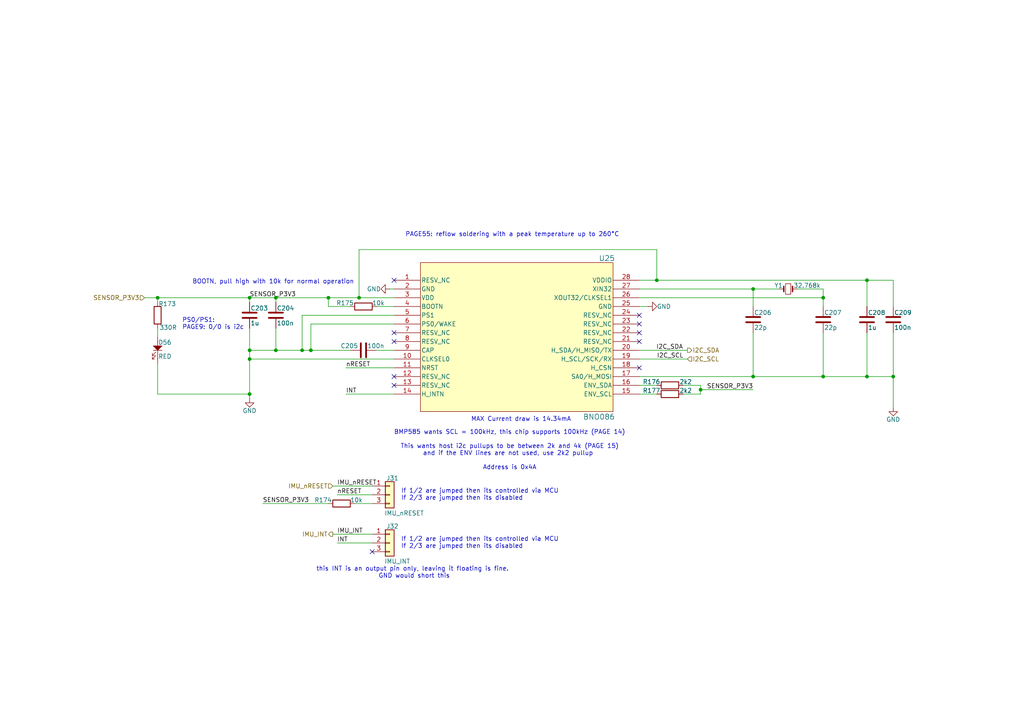
<source format=kicad_sch>
(kicad_sch (version 20250114) (generator "eeschema") (generator_version "9.0")
  (paper "A4")
  (lib_symbols
    (symbol "BNO086:BNO086" (pin_names (offset 0.254))
      (property "Reference" "U" (at 35.56 10.16 0))
      (property "Value" "BNO086" (at 35.56 7.62 0))
      (symbol "BNO086_0_1"
        (pin unspecified line (at 0 0 0) (length 7.62) (name "RESV_NC") (number "1"))
        (pin power_out line (at 0 -2.54 0) (length 7.62) (name "GND") (number "2"))
        (pin power_in line (at 0 -5.08 0) (length 7.62) (name "VDD") (number "3"))
        (pin unspecified line (at 0 -7.62 0) (length 7.62) (name "BOOTN") (number "4"))
        (pin bidirectional line (at 0 -10.16 0) (length 7.62) (name "PS1") (number "5"))
        (pin bidirectional line (at 0 -12.7 0) (length 7.62) (name "PS0/WAKE") (number "6"))
        (pin unspecified line (at 0 -15.24 0) (length 7.62) (name "RESV_NC") (number "7"))
        (pin unspecified line (at 0 -17.78 0) (length 7.62) (name "RESV_NC") (number "8"))
        (pin unspecified line (at 0 -20.32 0) (length 7.62) (name "CAP") (number "9"))
        (pin unspecified line (at 0 -22.86 0) (length 7.62) (name "CLKSEL0") (number "10"))
        (pin unspecified line (at 0 -25.4 0) (length 7.62) (name "NRST") (number "11"))
        (pin unspecified line (at 0 -27.94 0) (length 7.62) (name "RESV_NC") (number "12"))
        (pin unspecified line (at 0 -30.48 0) (length 7.62) (name "RESV_NC") (number "13"))
        (pin unspecified line (at 0 -33.02 0) (length 7.62) (name "H_INTN") (number "14"))
        (pin power_in line (at 71.12 0 180) (length 7.62) (name "VDDIO") (number "28"))
        (pin input line (at 71.12 -2.54 180) (length 7.62) (name "XIN32") (number "27"))
        (pin output line (at 71.12 -5.08 180) (length 7.62) (name "XOUT32/CLKSEL1") (number "26"))
        (pin power_out line (at 71.12 -7.62 180) (length 7.62) (name "GND") (number "25"))
        (pin unspecified line (at 71.12 -10.16 180) (length 7.62) (name "RESV_NC") (number "24"))
        (pin unspecified line (at 71.12 -12.7 180) (length 7.62) (name "RESV_NC") (number "23"))
        (pin unspecified line (at 71.12 -15.24 180) (length 7.62) (name "RESV_NC") (number "22"))
        (pin unspecified line (at 71.12 -17.78 180) (length 7.62) (name "RESV_NC") (number "21"))
        (pin unspecified line (at 71.12 -20.32 180) (length 7.62) (name "H_SDA/H_MISO/TX") (number "20"))
        (pin unspecified line (at 71.12 -22.86 180) (length 7.62) (name "H_SCL/SCK/RX") (number "19"))
        (pin unspecified line (at 71.12 -25.4 180) (length 7.62) (name "H_CSN") (number "18"))
        (pin unspecified line (at 71.12 -27.94 180) (length 7.62) (name "SA0/H_MOSI") (number "17"))
        (pin unspecified line (at 71.12 -30.48 180) (length 7.62) (name "ENV_SDA") (number "16"))
        (pin unspecified line (at 71.12 -33.02 180) (length 7.62) (name "ENV_SCL") (number "15"))
      )
      (symbol "BNO086_1_1"
        (rectangle (start 7.62 5.08) (end 63.5 -38.1) (fill (type background)))
      )
    )
    (symbol "Connector_Generic:Conn_01x03" (pin_names (offset 1.016) (hide yes))
      (property "Reference" "J" (at 0 5.08 0))
      (property "Value" "Conn_01x03" (at 0 -5.08 0))
      (symbol "Conn_01x03_1_1"
        (rectangle (start -1.27 3.81) (end 1.27 -3.81) (stroke (width 0.254)) (fill (type background)))
        (rectangle (start -1.27 2.667) (end 0 2.413) (stroke (width 0.1524)))
        (rectangle (start -1.27 0.127) (end 0 -0.127) (stroke (width 0.1524)))
        (rectangle (start -1.27 -2.413) (end 0 -2.667) (stroke (width 0.1524)))
        (pin passive line (at -5.08 2.54 0) (length 3.81) (name "Pin_1") (number "1"))
        (pin passive line (at -5.08 0 0) (length 3.81) (name "Pin_2") (number "2"))
        (pin passive line (at -5.08 -2.54 0) (length 3.81) (name "Pin_3") (number "3"))
      )
    )
    (symbol "Device:C" (pin_numbers (hide yes)) (pin_names (offset 0.254))
      (property "Reference" "C" (at 0.635 2.54 0))
      (property "Value" "C" (at 0.635 -2.54 0))
      (symbol "C_0_1"
        (polyline (pts (xy -2.032 0.762) (xy 2.032 0.762)) (stroke (width 0.508)))
        (polyline (pts (xy -2.032 -0.762) (xy 2.032 -0.762)) (stroke (width 0.508)))
      )
      (symbol "C_1_1"
        (pin passive line (at 0 3.81 270) (length 2.794) (name "~") (number "1"))
        (pin passive line (at 0 -3.81 90) (length 2.794) (name "~") (number "2"))
      )
    )
    (symbol "Device:Crystal_Small" (pin_numbers (hide yes)) (pin_names (offset 1.016) (hide yes))
      (property "Reference" "Y" (at 0 2.54 0))
      (property "Value" "Crystal_Small" (at 0 -2.54 0))
      (symbol "Crystal_Small_0_1"
        (polyline (pts (xy -1.27 -0.762) (xy -1.27 0.762)) (stroke (width 0.381)))
        (rectangle (start -0.762 -1.524) (end 0.762 1.524))
        (polyline (pts (xy 1.27 -0.762) (xy 1.27 0.762)) (stroke (width 0.381)))
      )
      (symbol "Crystal_Small_1_1"
        (pin passive line (at -2.54 0 0) (length 1.27) (name "1") (number "1"))
        (pin passive line (at 2.54 0 180) (length 1.27) (name "2") (number "2"))
      )
    )
    (symbol "Device:R" (pin_numbers (hide yes)) (pin_names (offset 0))
      (property "Reference" "R" (at 2.032 0 90))
      (property "Value" "R" (at 0 0 90))
      (symbol "R_0_1"
        (rectangle (start -1.016 -2.54) (end 1.016 2.54) (stroke (width 0.254)))
      )
      (symbol "R_1_1"
        (pin passive line (at 0 3.81 270) (length 1.27) (name "~") (number "1"))
        (pin passive line (at 0 -3.81 90) (length 1.27) (name "~") (number "2"))
      )
    )
    (symbol "PCM_SL_Devices:LED"
      (property "Reference" "D" (at -0.508 5.334 0))
      (property "Value" "LED" (at -0.508 2.794 0))
      (symbol "LED_0_1"
        (polyline (pts (xy -1.27 0) (xy -2.54 0)))
        (polyline (pts (xy 0 1.27) (xy 0 -1.27)))
        (polyline (pts (xy 0 0) (xy -1.27 -1.27) (xy -1.27 1.27) (xy 0 0) (xy 1.27 0)) (fill (type outline)))
        (polyline (pts (xy 0.508 0.508) (xy 1.524 1.524)))
        (polyline (pts (xy 1.27 0) (xy 2.54 0)))
        (polyline (pts (xy 1.524 1.524) (xy 0.889 1.524)))
        (polyline (pts (xy 1.524 1.524) (xy 1.524 0.889)))
        (polyline (pts (xy 1.524 0.508) (xy 2.54 1.524)))
        (polyline (pts (xy 2.54 1.524) (xy 1.905 1.524)))
        (polyline (pts (xy 2.54 1.524) (xy 2.54 0.889)))
      )
      (symbol "LED_1_1"
        (pin passive line (at -3.81 0 0) (length 1.5) (name "") (number "2"))
        (pin passive line (at 3.81 0 180) (length 1.5) (name "~") (number "1"))
      )
    )
    (symbol "power:GND" (power) (pin_numbers (hide yes)) (pin_names (offset 0) (hide yes))
      (property "Value" "GND" (at 0 -3.81 0))
      (symbol "GND_0_1"
        (polyline (pts (xy 0 0) (xy 0 -1.27) (xy 1.27 -1.27) (xy 0 -2.54) (xy -1.27 -1.27) (xy 0 -1.27)))
      )
      (symbol "GND_1_1"
        (pin power_in line (at 0 0 270) (length 0) (name "~") (number "1"))
      )
    )
  )
  (text "If 1/2 are jumped then its controlled via MCU\nIf 2/3 are jumped then its disabled" (at 116.332 157.48 0) (effects (font (size 1.27 1.27)) (justify left)))
  (text "BOOTN, pull high with 10k for normal operation" (at 79.248 81.788 0) (effects (font (size 1.27 1.27))))
  (text "BMP585 wants SCL = 100kHz, this chip supports 100kHz (PAGE 14)\n\nThis wants host i2c pullups to be between 2k and 4k (PAGE 15)\nand if the ENV lines are not used, use 2k2 pullup \n\nAddress is 0x4A" (at 147.828 130.556 0) (effects (font (size 1.27 1.27))))
  (text "If 1/2 are jumped then its controlled via MCU\nIf 2/3 are jumped then its disabled" (at 116.332 143.51 0) (effects (font (size 1.27 1.27)) (justify left)))
  (text "this INT is an output pin only, leaving it floating is fine. \nGND would short this" (at 120.142 166.116 0) (effects (font (size 1.27 1.27))))
  (text "MAX Current draw is 14.34mA" (at 151.13 121.666 0) (effects (font (size 1.27 1.27))))
  (text "PAGE55: reflow soldering with a peak temperature up to 260°C" (at 148.59 68.072 0) (effects (font (size 1.27 1.27))))
  (text "PS0/PS1:\nPAGE9: 0/0 is i2c" (at 52.832 93.98 0) (effects (font (size 1.27 1.27)) (justify left)))
  (junction (at 80.01 101.6))
  (junction (at 203.2 113.03))
  (junction (at 251.46 81.28))
  (junction (at 45.72 86.36))
  (junction (at 238.76 86.36))
  (junction (at 218.44 83.82))
  (junction (at 87.63 101.6))
  (junction (at 72.39 86.36))
  (junction (at 95.25 86.36))
  (junction (at 238.76 109.22))
  (junction (at 190.5 81.28))
  (junction (at 80.01 86.36))
  (junction (at 72.39 101.6))
  (junction (at 72.39 104.14))
  (junction (at 104.14 86.36))
  (junction (at 218.44 109.22))
  (junction (at 90.17 101.6))
  (junction (at 259.08 109.22))
  (junction (at 72.39 114.3))
  (junction (at 251.46 109.22))
  (no_connect (at 185.42 93.98))
  (no_connect (at 185.42 91.44))
  (no_connect (at 185.42 106.68))
  (no_connect (at 114.3 81.28))
  (no_connect (at 107.95 160.02))
  (no_connect (at 114.3 109.22))
  (no_connect (at 114.3 111.76))
  (no_connect (at 114.3 96.52))
  (no_connect (at 114.3 99.06))
  (no_connect (at 185.42 99.06))
  (no_connect (at 185.42 96.52))
  (wire (pts (xy 80.01 86.36) (xy 80.01 87.63)))
  (wire (pts (xy 238.76 83.82) (xy 238.76 86.36)))
  (wire (pts (xy 90.17 93.98) (xy 114.3 93.98)))
  (wire (pts (xy 45.72 86.36) (xy 45.72 87.63)))
  (wire (pts (xy 87.63 91.44) (xy 114.3 91.44)))
  (wire (pts (xy 185.42 86.36) (xy 238.76 86.36)))
  (wire (pts (xy 109.22 101.6) (xy 114.3 101.6)))
  (wire (pts (xy 185.42 83.82) (xy 218.44 83.82)))
  (wire (pts (xy 41.91 86.36) (xy 45.72 86.36)))
  (wire (pts (xy 251.46 109.22) (xy 259.08 109.22)))
  (wire (pts (xy 95.25 86.36) (xy 104.14 86.36)))
  (wire (pts (xy 190.5 72.39) (xy 190.5 81.28)))
  (wire (pts (xy 238.76 96.52) (xy 238.76 109.22)))
  (wire (pts (xy 107.95 157.48) (xy 97.79 157.48)))
  (wire (pts (xy 72.39 86.36) (xy 72.39 87.63)))
  (wire (pts (xy 104.14 72.39) (xy 190.5 72.39)))
  (wire (pts (xy 80.01 101.6) (xy 87.63 101.6)))
  (wire (pts (xy 259.08 81.28) (xy 259.08 88.9)))
  (wire (pts (xy 96.52 154.94) (xy 107.95 154.94)))
  (wire (pts (xy 95.25 86.36) (xy 95.25 88.9)))
  (wire (pts (xy 251.46 81.28) (xy 251.46 88.9)))
  (wire (pts (xy 190.5 81.28) (xy 251.46 81.28)))
  (wire (pts (xy 218.44 83.82) (xy 226.06 83.82)))
  (wire (pts (xy 102.87 146.05) (xy 107.95 146.05)))
  (wire (pts (xy 259.08 96.52) (xy 259.08 109.22)))
  (wire (pts (xy 199.39 104.14) (xy 185.42 104.14)))
  (wire (pts (xy 203.2 111.76) (xy 203.2 113.03)))
  (wire (pts (xy 238.76 86.36) (xy 238.76 88.9)))
  (wire (pts (xy 218.44 83.82) (xy 218.44 88.9)))
  (wire (pts (xy 72.39 104.14) (xy 114.3 104.14)))
  (wire (pts (xy 109.22 88.9) (xy 114.3 88.9)))
  (wire (pts (xy 104.14 72.39) (xy 104.14 86.36)))
  (wire (pts (xy 203.2 113.03) (xy 218.44 113.03)))
  (wire (pts (xy 87.63 91.44) (xy 87.63 101.6)))
  (wire (pts (xy 45.72 95.25) (xy 45.72 97.79)))
  (wire (pts (xy 185.42 88.9) (xy 187.96 88.9)))
  (wire (pts (xy 198.12 111.76) (xy 203.2 111.76)))
  (wire (pts (xy 72.39 95.25) (xy 72.39 101.6)))
  (wire (pts (xy 185.42 81.28) (xy 190.5 81.28)))
  (wire (pts (xy 203.2 113.03) (xy 203.2 114.3)))
  (wire (pts (xy 90.17 93.98) (xy 90.17 101.6)))
  (wire (pts (xy 96.52 140.97) (xy 107.95 140.97)))
  (wire (pts (xy 198.12 114.3) (xy 203.2 114.3)))
  (wire (pts (xy 45.72 105.41) (xy 45.72 114.3)))
  (wire (pts (xy 185.42 114.3) (xy 190.5 114.3)))
  (wire (pts (xy 107.95 143.51) (xy 97.79 143.51)))
  (wire (pts (xy 80.01 95.25) (xy 80.01 101.6)))
  (wire (pts (xy 231.14 83.82) (xy 238.76 83.82)))
  (wire (pts (xy 45.72 86.36) (xy 72.39 86.36)))
  (wire (pts (xy 259.08 118.11) (xy 259.08 109.22)))
  (wire (pts (xy 185.42 111.76) (xy 190.5 111.76)))
  (wire (pts (xy 76.2 146.05) (xy 95.25 146.05)))
  (wire (pts (xy 90.17 101.6) (xy 101.6 101.6)))
  (wire (pts (xy 72.39 104.14) (xy 72.39 101.6)))
  (wire (pts (xy 251.46 81.28) (xy 259.08 81.28)))
  (wire (pts (xy 218.44 109.22) (xy 238.76 109.22)))
  (wire (pts (xy 251.46 96.52) (xy 251.46 109.22)))
  (wire (pts (xy 72.39 114.3) (xy 72.39 104.14)))
  (wire (pts (xy 72.39 86.36) (xy 80.01 86.36)))
  (wire (pts (xy 72.39 115.57) (xy 72.39 114.3)))
  (wire (pts (xy 100.33 106.68) (xy 114.3 106.68)))
  (wire (pts (xy 100.33 114.3) (xy 114.3 114.3)))
  (wire (pts (xy 185.42 109.22) (xy 218.44 109.22)))
  (wire (pts (xy 72.39 101.6) (xy 80.01 101.6)))
  (wire (pts (xy 238.76 109.22) (xy 251.46 109.22)))
  (wire (pts (xy 45.72 114.3) (xy 72.39 114.3)))
  (wire (pts (xy 87.63 101.6) (xy 90.17 101.6)))
  (wire (pts (xy 80.01 86.36) (xy 95.25 86.36)))
  (wire (pts (xy 104.14 86.36) (xy 114.3 86.36)))
  (wire (pts (xy 199.39 101.6) (xy 185.42 101.6)))
  (wire (pts (xy 95.25 88.9) (xy 101.6 88.9)))
  (wire (pts (xy 218.44 96.52) (xy 218.44 109.22)))
  (wire (pts (xy 113.03 83.82) (xy 114.3 83.82)))
  (label "I2C_SCL" (at 190.5 104.14 0))
  (label "INT" (at 97.79 157.48 0))
  (label "I2C_SDA" (at 198.12 101.6 180))
  (label "nRESET" (at 97.79 143.51 0))
  (label "SENSOR_P3V3" (at 76.2 146.05 0))
  (label "IMU_INT" (at 97.79 154.94 0))
  (label "INT" (at 100.33 114.3 0))
  (label "SENSOR_P3V3" (at 72.39 86.36 0))
  (label "nRESET" (at 100.33 106.68 0))
  (label "SENSOR_P3V3" (at 218.44 113.03 180))
  (label "IMU_nRESET" (at 97.79 140.97 0))
  (hierarchical_label "SENSOR_P3V3" (shape input) (at 41.91 86.36 180))
  (hierarchical_label "I2C_SDA" (shape output) (at 199.39 101.6 0))
  (hierarchical_label "IMU_INT" (shape output) (at 96.52 154.94 180))
  (hierarchical_label "I2C_SCL" (shape input) (at 199.39 104.14 0))
  (hierarchical_label "IMU_nRESET" (shape input) (at 96.52 140.97 180))
  (symbol (lib_id "Device:R") (at 105.41 88.9 270) (unit 1)
    (property "Reference" "R175" (at 100.076 87.884 90))
    (property "Value" "10k" (at 109.728 87.884 90))
    (property "Description" "Resistor" (effects (hide yes)))
  )
  (symbol (lib_id "Device:R") (at 194.31 114.3 270) (unit 1)
    (property "Reference" "R177" (at 188.976 113.284 90))
    (property "Value" "2k2" (at 198.882 113.284 90))
    (property "Description" "Resistor" (effects (hide yes)))
  )
  (symbol (lib_id "power:GND") (at 187.96 88.9 90) (unit 1)
    (property "Reference" "#PWR0113" (effects (hide yes)))
    (property "Value" "GND" (at 190.5 88.9 90) (effects (justify right)))
    (property "Description" "Power symbol creates a global label with name \"GND\" , ground" (effects (hide yes)))
  )
  (symbol (lib_id "BNO086:BNO086") (at 114.3 81.28 0) (unit 1)
    (property "Reference" "U25" (at 176.022 74.93 0) (effects (font (size 1.524 1.524))))
    (property "Value" "BNO086" (at 173.736 120.904 0) (effects (font (size 1.524 1.524))))
    (property "Footprint" "QFN28_BNO086_CEV" (effects (hide yes)))
    (property "Datasheet" "BNO086" (effects (hide yes)))
  )
  (symbol (lib_id "Device:C") (at 251.46 92.71 0) (unit 1)
    (property "Reference" "C208" (at 251.714 90.678 0) (effects (justify left)))
    (property "Value" "1u" (at 251.714 94.996 0) (effects (justify left)))
    (property "Description" "Unpolarized capacitor" (effects (hide yes)))
  )
  (symbol (lib_id "Device:C") (at 105.41 101.6 90) (unit 1)
    (property "Reference" "C205" (at 103.886 100.33 90) (effects (justify left)))
    (property "Value" "100n" (at 111.506 100.33 90) (effects (justify left)))
    (property "Description" "Unpolarized capacitor" (effects (hide yes)))
  )
  (symbol (lib_id "Device:R") (at 45.72 91.44 0) (unit 1)
    (property "Reference" "R173" (at 48.514 88.138 0))
    (property "Value" "330R" (at 48.768 94.996 0))
    (property "Description" "Resistor" (effects (hide yes)))
  )
  (symbol (lib_id "PCM_SL_Devices:LED") (at 45.72 101.6 90) (mirror x) (unit 1)
    (property "Reference" "D56" (at 49.784 99.314 90) (effects (justify left)))
    (property "Value" "RED" (at 49.784 103.378 90) (effects (justify left)))
    (property "Footprint" "PCM_Diode_SMD_AKL:D_0805_2012Metric" (effects (hide yes)))
    (property "Description" "Common 5mm diameter LED" (effects (hide yes)))
  )
  (symbol (lib_id "power:GND") (at 113.03 83.82 270) (unit 1)
    (property "Reference" "#PWR0112" (effects (hide yes)))
    (property "Value" "GND" (at 110.49 83.82 90) (effects (justify right)))
    (property "Description" "Power symbol creates a global label with name \"GND\" , ground" (effects (hide yes)))
  )
  (symbol (lib_id "Connector_Generic:Conn_01x03") (at 113.03 143.51 0) (unit 1)
    (property "Reference" "J31" (at 112.014 138.684 0) (effects (justify left)))
    (property "Value" "IMU_nRESET" (at 111.506 148.844 0) (effects (justify left)))
    (property "Description" "Generic connector, single row, 01x03, script generated (kicad-library-utils/schlib/autogen/connector/)" (effects (hide yes)))
  )
  (symbol (lib_id "Device:C") (at 80.01 91.44 0) (unit 1)
    (property "Reference" "C204" (at 80.264 89.408 0) (effects (justify left)))
    (property "Value" "100n" (at 80.264 93.726 0) (effects (justify left)))
    (property "Description" "Unpolarized capacitor" (effects (hide yes)))
  )
  (symbol (lib_id "Connector_Generic:Conn_01x03") (at 113.03 157.48 0) (unit 1)
    (property "Reference" "J32" (at 112.014 152.654 0) (effects (justify left)))
    (property "Value" "IMU_INT" (at 111.506 162.814 0) (effects (justify left)))
    (property "Description" "Generic connector, single row, 01x03, script generated (kicad-library-utils/schlib/autogen/connector/)" (effects (hide yes)))
  )
  (symbol (lib_id "Device:R") (at 194.31 111.76 270) (unit 1)
    (property "Reference" "R176" (at 188.976 110.744 90))
    (property "Value" "2k2" (at 198.882 110.744 90))
    (property "Description" "Resistor" (effects (hide yes)))
  )
  (symbol (lib_id "Device:C") (at 218.44 92.71 0) (unit 1)
    (property "Reference" "C206" (at 218.694 90.678 0) (effects (justify left)))
    (property "Value" "22p" (at 218.694 94.996 0) (effects (justify left)))
    (property "Description" "Unpolarized capacitor" (effects (hide yes)))
  )
  (symbol (lib_id "power:GND") (at 72.39 115.57 0) (unit 1)
    (property "Reference" "#PWR0111" (effects (hide yes)))
    (property "Value" "GND" (at 74.422 119.126 0) (effects (justify right)))
    (property "Description" "Power symbol creates a global label with name \"GND\" , ground" (effects (hide yes)))
  )
  (symbol (lib_id "Device:C") (at 238.76 92.71 0) (unit 1)
    (property "Reference" "C207" (at 239.014 90.678 0) (effects (justify left)))
    (property "Value" "22p" (at 239.014 94.996 0) (effects (justify left)))
    (property "Description" "Unpolarized capacitor" (effects (hide yes)))
  )
  (symbol (lib_id "Device:R") (at 99.06 146.05 270) (unit 1)
    (property "Reference" "R174" (at 93.726 145.034 90))
    (property "Value" "10k" (at 103.378 145.034 90))
    (property "Description" "Resistor" (effects (hide yes)))
  )
  (symbol (lib_id "Device:C") (at 259.08 92.71 0) (unit 1)
    (property "Reference" "C209" (at 259.334 90.678 0) (effects (justify left)))
    (property "Value" "100n" (at 259.334 94.996 0) (effects (justify left)))
    (property "Description" "Unpolarized capacitor" (effects (hide yes)))
  )
  (symbol (lib_id "power:GND") (at 259.08 118.11 0) (unit 1)
    (property "Reference" "#PWR0114" (effects (hide yes)))
    (property "Value" "GND" (at 261.112 121.666 0) (effects (justify right)))
    (property "Description" "Power symbol creates a global label with name \"GND\" , ground" (effects (hide yes)))
  )
  (symbol (lib_id "Device:C") (at 72.39 91.44 0) (unit 1)
    (property "Reference" "C203" (at 72.644 89.408 0) (effects (justify left)))
    (property "Value" "1u" (at 72.644 93.726 0) (effects (justify left)))
    (property "Description" "Unpolarized capacitor" (effects (hide yes)))
  )
  (symbol (lib_id "Device:Crystal_Small") (at 228.6 83.82 0) (unit 1)
    (property "Reference" "Y1" (at 224.536 82.804 0) (effects (justify left)))
    (property "Value" "32.768k" (at 230.124 82.804 0) (effects (justify left)))
    (property "Description" "Two pin crystal, small symbol" (effects (hide yes)))
  )
)
</source>
